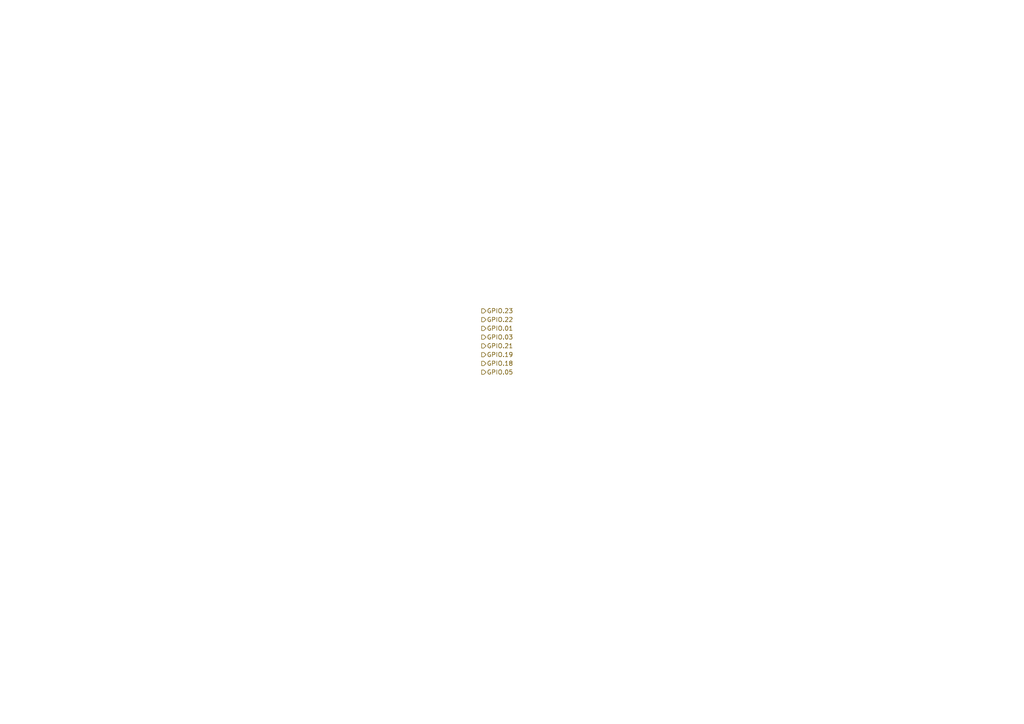
<source format=kicad_sch>
(kicad_sch (version 20220622) (generator eeschema)
  (paper "A4")
  (lib_symbols)
  (hierarchical_label "GPIO.23" (shape output) (at 139.7 90.17 0))
  (hierarchical_label "GPIO.18" (shape output) (at 139.7 105.41 0))
  (hierarchical_label "GPIO.03" (shape output) (at 139.7 97.79 0))
  (hierarchical_label "GPIO.21" (shape output) (at 139.7 100.33 0))
  (hierarchical_label "GPIO.22" (shape output) (at 139.7 92.71 0))
  (hierarchical_label "GPIO.01" (shape output) (at 139.7 95.25 0))
  (hierarchical_label "GPIO.05" (shape output) (at 139.7 107.95 0))
  (hierarchical_label "GPIO.19" (shape output) (at 139.7 102.87 0))
)
</source>
